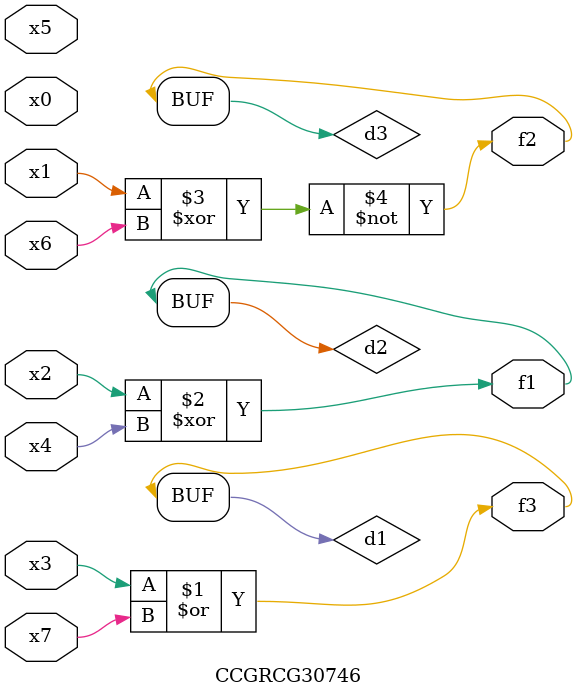
<source format=v>
module CCGRCG30746(
	input x0, x1, x2, x3, x4, x5, x6, x7,
	output f1, f2, f3
);

	wire d1, d2, d3;

	or (d1, x3, x7);
	xor (d2, x2, x4);
	xnor (d3, x1, x6);
	assign f1 = d2;
	assign f2 = d3;
	assign f3 = d1;
endmodule

</source>
